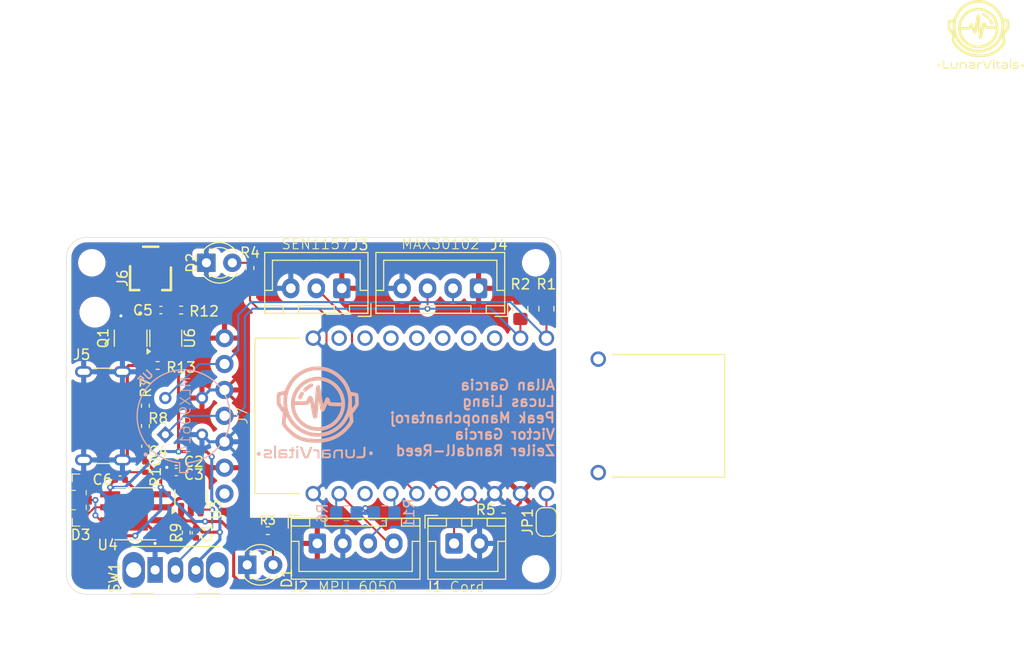
<source format=kicad_pcb>
(kicad_pcb (version 20240108) (generator "pcbnew") (generator_version "8.0")
  (layers (0 "F.Cu" signal) (31 "B.Cu" signal) (34 "B.Paste" user) (35 "F.Paste" user) (36 "B.SilkS" user "B.Silkscreen") (37 "F.SilkS" user "F.Silkscreen") (38 "B.Mask" user) (39 "F.Mask" user) (44 "Edge.Cuts" user))
  (net 0 "")
  (net 1 "+5V")
  (net 2 "BOut+")
  (net 3 "/B-")
  (net 4 "+3.3V")
  (net 5 "Net-(U6-VCC)")
  (net 6 "Net-(D3-K2)")
  (net 7 "/I2C0_SCL")
  (net 8 "/I2C0_SDA")
  (net 9 "Net-(D3-K1)")
  (net 10 "Net-(J5-CC1)")
  (net 11 "Net-(J5-CC2)")
  (net 12 "/I2C1_SCL")
  (net 13 "/I2C1_SDA")
  (net 14 "/AIN5")
  (net 15 "/AIN7")
  (net 16 "Net-(U6-OC)")
  (net 17 "Net-(U6-OD)")
  (net 19 "Net-(U4-PROG)")
  (net 20 "Net-(D3-A)")
  (net 21 "Net-(U6-CS)")
  (net 26 "/GPIO2")
  (net 27 "/GPIO17")
  (net 34 "GND")
  (net 38 "Net-(D1-A)")
  (net 39 "Net-(D2-A)")
  (net 40 "Net-(JP1-A)")
  (net 41 "Net-(SW1-B)")
  (footprint "Resistor_SMD:R_0402_1005Metric" (layer "F.Cu") (at 149.95 105.0625)
    (property "Reference" "R13" (at 2.3 0.1875 0) (layer "F.SilkS"))
    (property "Value" "1k")
    (pad "1" smd roundrect (at -0.51 0) (size 0.54 0.64) (layers "F.Cu" "F.Paste" "F.Mask") (net 34 "GND"))
    (pad "2" smd roundrect (at 0.51 0) (size 0.54 0.64) (layers "F.Cu" "F.Paste" "F.Mask") (net 21 "Net-(U6-CS)"))
  )
  (footprint "Capacitor_SMD:C_0402_1005Metric" (layer "F.Cu") (at 153.7 121.47 -90)
    (property "Reference" "C1" (at -0.02 -1.1 90) (layer "F.SilkS"))
    (property "Value" "4.7uf")
    (pad "1" smd roundrect (at -0.48 0 270) (size 0.56 0.62) (layers "F.Cu" "F.Paste" "F.Mask") (net 2 "BOut+"))
    (pad "2" smd roundrect (at 0.48 0 270) (size 0.56 0.62) (layers "F.Cu" "F.Paste" "F.Mask") (net 34 "GND"))
  )
  (footprint "Resistor_SMD:R_0805_2012Metric_Pad1.20x1.40mm_HandSolder" (layer "F.Cu") (at 185.5 99.5 -90)
    (property "Reference" "R2" (at -2.4 0 0) (layer "F.SilkS"))
    (property "Value" "R")
    (pad "1" smd roundrect (at -1 0 270) (size 1.2 1.4) (layers "F.Cu" "F.Paste" "F.Mask") (roundrect_rratio 0.208333) (net 4 "+3.3V"))
    (pad "2" smd roundrect (at 1 0 270) (size 1.2 1.4) (layers "F.Cu" "F.Paste" "F.Mask") (roundrect_rratio 0.208333) (net 7 "/I2C0_SCL"))
  )
  (footprint "Package_TO_SOT_SMD:SOT-23-5" (layer "F.Cu") (at 153.2 118.05 90)
    (property "Reference" "U3" (at -1.1375 2.45 90) (layer "F.SilkS"))
    (property "Value" "AP2112K-3.3")
    (pad "1" smd roundrect (at -1.1375 -0.95 90) (size 1.325 0.6) (layers "F.Cu" "F.Paste" "F.Mask") (net 2 "BOut+"))
    (pad "2" smd roundrect (at -1.1375 0 90) (size 1.325 0.6) (layers "F.Cu" "F.Paste" "F.Mask") (net 34 "GND"))
    (pad "3" smd roundrect (at -1.1375 0.95 90) (size 1.325 0.6) (layers "F.Cu" "F.Paste" "F.Mask") (net 41 "Net-(SW1-B)"))
    (pad "4" smd roundrect (at 1.1375 0.95 90) (size 1.325 0.6) (layers "F.Cu" "F.Paste" "F.Mask"))
    (pad "5" smd roundrect (at 1.1375 -0.95 90) (size 1.325 0.6) (layers "F.Cu" "F.Paste" "F.Mask") (net 4 "+3.3V"))
  )
  (footprint "Resistor_SMD:R_0402_1005Metric" (layer "F.Cu") (at 148.75 111 -90)
    (property "Reference" "R8" (at -0.75 -1.25 180) (layer "F.SilkS"))
    (property "Value" "5.1k")
    (pad "1" smd roundrect (at -0.51 0 270) (size 0.54 0.64) (layers "F.Cu" "F.Paste" "F.Mask") (net 11 "Net-(J5-CC2)"))
    (pad "2" smd roundrect (at 0.51 0 270) (size 0.54 0.64) (layers "F.Cu" "F.Paste" "F.Mask") (net 34 "GND"))
  )
  (footprint "Connector_JST:JST_XH_B4B-XH-A_1x04_P2.50mm_Vertical" (layer "F.Cu") (at 181.4 97.5 180)
    (property "Reference" "J4" (at -2 4.25 180) (layer "F.SilkS"))
    (property "Value" "MAX30102")
    (pad "1" thru_hole roundrect (at 0 0 180) (size 1.7 1.95) (drill 0.95) (layers "*.Cu" "*.Mask") (roundrect_rratio 0.147059) (net 4 "+3.3V"))
    (pad "2" thru_hole oval (at 2.5 0 180) (size 1.7 1.95) (drill 0.95) (layers "*.Cu" "*.Mask") (net 8 "/I2C0_SDA"))
    (pad "3" thru_hole oval (at 5 0 180) (size 1.7 1.95) (drill 0.95) (layers "*.Cu" "*.Mask") (net 7 "/I2C0_SCL"))
    (pad "4" thru_hole oval (at 7.5 0 180) (size 1.7 1.95) (drill 0.95) (layers "*.Cu" "*.Mask") (net 34 "GND"))
  )
  (footprint "lunar_vitals_custom:KB APBA3010SURKCGKC-GX" (layer "F.Cu") (at 142.4 118.25 90)
    (property "Reference" "D3" (at -3.405 0 0) (layer "F.SilkS"))
    (property "Value" "LED_Dual_AKK")
    (pad "1" smd roundrect (at 1.75 0 90) (size 1.5 1.524) (layers "F.Cu" "F.Paste" "F.Mask") (roundrect_rratio 0.1) (net 20 "Net-(D3-A)"))
    (pad "2" smd roundrect (at 0 0.65 90) (size 0.9 0.9) (layers "F.Cu" "F.Paste" "F.Mask") (roundrect_rratio 0.1) (net 9 "Net-(D3-K1)"))
    (pad "3" smd roundrect (at -1.75 0 90) (size 1.5 1.524) (layers "F.Cu" "F.Paste" "F.Mask") (roundrect_rratio 0.1) (net 6 "Net-(D3-K2)"))
  )
  (footprint "Resistor_SMD:R_0402_1005Metric" (layer "F.Cu") (at 160.74 121.25)
    (property "Reference" "R3" (at 0 -1 0) (layer "F.SilkS") (effects (font (size 0.8 0.8))))
    (property "Value" "1k")
    (pad "1" smd roundrect (at -0.51 0) (size 0.54 0.64) (layers "F.Cu" "F.Paste" "F.Mask") (net 4 "+3.3V"))
    (pad "2" smd roundrect (at 0.51 0) (size 0.54 0.64) (layers "F.Cu" "F.Paste" "F.Mask") (net 38 "Net-(D1-A)"))
  )
  (footprint "Resistor_SMD:R_0402_1005Metric" (layer "F.Cu") (at 152.25 99.6325 180)
    (property "Reference" "R12" (at -2.25 -0.1175 0) (layer "F.SilkS"))
    (property "Value" "100")
    (pad "1" smd roundrect (at -0.51 0 180) (size 0.54 0.64) (layers "F.Cu" "F.Paste" "F.Mask") (net 2 "BOut+"))
    (pad "2" smd roundrect (at 0.51 0 180) (size 0.54 0.64) (layers "F.Cu" "F.Paste" "F.Mask") (net 5 "Net-(U6-VCC)"))
  )
  (footprint "MountingHole:MountingHole_2.2mm_M2" (layer "F.Cu") (at 143.5 95)
    (property "Reference" "H1" (hide yes))
    (property "Value" "MountingHole")
    (pad "" np_thru_hole circle (at 0 0) (size 2.2 2.2) (drill 2.2) (layers "*.Cu" "*.Mask"))
  )
  (footprint "Jumper:SolderJumper-2_P1.3mm_Open_RoundedPad1.0x1.5mm" (layer "F.Cu") (at 188.05 120.4 -90)
    (property "Reference" "JP1" (at 0 1.85 90) (layer "F.SilkS"))
    (property "Value" "Jumper_2_Small_Open")
    (pad "1" smd custom (at -0.65 0 270) (size 1 0.5) (layers "F.Cu" "F.Mask") (net 40 "Net-(JP1-A)") (options (clearance outline) (anchor rect)) (primitives (gr_circle (center 0 0.25) (end 0.5 0.25) (width 0) (fill yes)) (gr_circle (center 0 -0.25) (end 0.5 -0.25) (width 0) (fill yes)) (gr_poly (pts (xy 0.5 0.75) (xy 0 0.75) (xy 0 -0.75) (xy 0.5 -0.75)) (width 0) (fill yes))))
    (pad "2" smd custom (at 0.65 0 270) (size 1 0.5) (layers "F.Cu" "F.Mask") (net 1 "+5V") (options (clearance outline) (anchor rect)) (primitives (gr_circle (center 0 0.25) (end 0.5 0.25) (width 0) (fill yes)) (gr_circle (center 0 -0.25) (end 0.5 -0.25) (width 0) (fill yes)) (gr_poly (pts (xy 0 0.75) (xy -0.5 0.75) (xy -0.5 -0.75) (xy 0 -0.75)) (width 0) (fill yes))))
  )
  (footprint "Resistor_SMD:R_0402_1005Metric" (layer "F.Cu") (at 148.75 115.01 -90)
    (property "Reference" "R10" (at 0.49 -1 -90) (layer "F.SilkS"))
    (property "Value" "1k")
    (pad "1" smd roundrect (at -0.51 0 270) (size 0.54 0.64) (layers "F.Cu" "F.Paste" "F.Mask") (net 1 "+5V"))
    (pad "2" smd roundrect (at 0.51 0 270) (size 0.54 0.64) (layers "F.Cu" "F.Paste" "F.Mask") (net 20 "Net-(D3-A)"))
  )
  (footprint "MountingHole:MountingHole_2.2mm_M2" (layer "F.Cu") (at 187 95)
    (property "Reference" "H2" (hide yes))
    (property "Value" "MountingHole")
    (pad "" np_thru_hole circle (at 0 0) (size 2.2 2.2) (drill 2.2) (layers "*.Cu" "*.Mask"))
  )
  (footprint "Connector_JST:JST_XH_B3B-XH-A_1x03_P2.50mm_Vertical" (layer "F.Cu") (at 168 97.5 180)
    (property "Reference" "J3" (at -1.75 4.25 0) (layer "F.SilkS"))
    (property "Value" "SEN11574")
    (pad "1" thru_hole roundrect (at 0 0 180) (size 1.7 1.95) (drill 0.95) (layers "*.Cu" "*.Mask") (roundrect_rratio 0.147059) (net 4 "+3.3V"))
    (pad "2" thru_hole oval (at 2.5 0 180) (size 1.7 1.95) (drill 0.95) (layers "*.Cu" "*.Mask") (net 14 "/AIN5"))
    (pad "3" thru_hole oval (at 5 0 180) (size 1.7 1.95) (drill 0.95) (layers "*.Cu" "*.Mask") (net 34 "GND"))
  )
  (footprint "Resistor_SMD:R_0402_1005Metric" (layer "F.Cu") (at 183.85 119.15 180)
    (property "Reference" "R5" (at 1.75 -0.05 180) (layer "F.SilkS"))
    (property "Value" "1k")
    (pad "1" smd roundrect (at -0.51 0 180) (size 0.54 0.64) (layers "F.Cu" "F.Paste" "F.Mask") (net 4 "+3.3V"))
    (pad "2" smd roundrect (at 0.51 0 180) (size 0.54 0.64) (layers "F.Cu" "F.Paste" "F.Mask") (net 15 "/AIN7"))
  )
  (footprint "Resistor_SMD:R_0402_1005Metric" (layer "F.Cu") (at 152.75 121.44 -90)
    (property "Reference" "R9" (at 0.01 1 -90) (layer "F.SilkS"))
    (property "Value" "2.4k")
    (pad "1" smd roundrect (at -0.51 0 270) (size 0.54 0.64) (layers "F.Cu" "F.Paste" "F.Mask") (net 19 "Net-(U4-PROG)"))
    (pad "2" smd roundrect (at 0.51 0 270) (size 0.54 0.64) (layers "F.Cu" "F.Paste" "F.Mask") (net 34 "GND"))
  )
  (footprint "Connector_JST:JST_XH_B4B-XH-A_1x04_P2.50mm_Vertical" (layer "F.Cu") (at 165.6 122.5)
    (property "Reference" "J2" (at -1.75 4.25 0) (layer "F.SilkS"))
    (property "Value" "MPU6050")
    (pad "1" thru_hole roundrect (at 0 0) (size 1.7 1.95) (drill 0.95) (layers "*.Cu" "*.Mask") (roundrect_rratio 0.147059) (net 4 "+3.3V"))
    (pad "2" thru_hole oval (at 2.5 0) (size 1.7 1.95) (drill 0.95) (layers "*.Cu" "*.Mask") (net 34 "GND"))
    (pad "3" thru_hole oval (at 5 0) (size 1.7 1.95) (drill 0.95) (layers "*.Cu" "*.Mask") (net 12 "/I2C1_SCL"))
    (pad "4" thru_hole oval (at 7.5 0) (size 1.7 1.95) (drill 0.95) (layers "*.Cu" "*.Mask") (net 13 "/I2C1_SDA"))
  )
  (footprint "FS8205A:SOT95P280X145-6N" (layer "F.Cu") (at 147.3 102.3875 -90)
    (property "Reference" "Q1" (at 0 2.6875 90) (layer "F.SilkS"))
    (property "Value" "FS8205")
    (pad "1" smd roundrect (at -1.255 -0.95 270) (size 1.21 0.59) (layers "F.Cu" "F.Paste" "F.Mask") (net 3 "/B-"))
    (pad "2" smd roundrect (at -1.255 0 270) (size 1.21 0.59) (layers "F.Cu" "F.Paste" "F.Mask"))
    (pad "3" smd roundrect (at -1.255 0.95 270) (size 1.21 0.59) (layers "F.Cu" "F.Paste" "F.Mask") (net 34 "GND"))
    (pad "4" smd roundrect (at 1.255 0.95 270) (size 1.21 0.59) (layers "F.Cu" "F.Paste" "F.Mask") (net 16 "Net-(U6-OC)"))
    (pad "5" smd roundrect (at 1.255 0 270) (size 1.21 0.59) (layers "F.Cu" "F.Paste" "F.Mask"))
    (pad "6" smd roundrect (at 1.255 -0.95 270) (size 1.21 0.59) (layers "F.Cu" "F.Paste" "F.Mask") (net 17 "Net-(U6-OD)"))
  )
  (footprint "TP4056:SOP127P600X175-9N" (layer "F.Cu") (at 147.775 119.595 180)
    (property "Reference" "U4" (at 2.725 -3.055 180) (layer "F.SilkS"))
    (property "Value" "TP4056")
    (pad "1" smd roundrect (at -2.475 -1.905 180) (size 1.97 0.6) (layers "F.Cu" "F.Paste" "F.Mask") (roundrect_rratio 0.125) (net 34 "GND"))
    (pad "2" smd roundrect (at -2.475 -0.635 180) (size 1.97 0.6) (layers "F.Cu" "F.Paste" "F.Mask") (roundrect_rratio 0.125) (net 19 "Net-(U4-PROG)"))
    (pad "3" smd roundrect (at -2.475 0.635 180) (size 1.97 0.6) (layers "F.Cu" "F.Paste" "F.Mask") (roundrect_rratio 0.125) (net 34 "GND"))
    (pad "4" smd roundrect (at -2.475 1.905 180) (size 1.97 0.6) (layers "F.Cu" "F.Paste" "F.Mask") (roundrect_rratio 0.125) (net 1 "+5V"))
    (pad "5" smd roundrect (at 2.475 1.905 180) (size 1.97 0.6) (layers "F.Cu" "F.Paste" "F.Mask") (roundrect_rratio 0.125) (net 2 "BOut+"))
    (pad "6" smd roundrect (at 2.475 0.635 180) (size 1.97 0.6) (layers "F.Cu" "F.Paste" "F.Mask") (roundrect_rratio 0.125) (net 6 "Net-(D3-K2)"))
    (pad "7" smd roundrect (at 2.475 -0.635 180) (size 1.97 0.6) (layers "F.Cu" "F.Paste" "F.Mask") (roundrect_rratio 0.125) (net 9 "Net-(D3-K1)"))
    (pad "8" smd roundrect (at 2.475 -1.905 180) (size 1.97 0.6) (layers "F.Cu" "F.Paste" "F.Mask") (roundrect_rratio 0.125) (net 1 "+5V"))
    (pad "9" smd rect (at 0 0 180) (size 2.413 3.302) (layers "F.Cu" "F.Mask") (net 34 "GND"))
  )
  (footprint "Resistor_SMD:R_0402_1005Metric" (layer "F.Cu") (at 159 95.51 90)
    (property "Reference" "R4" (at 1.5 0 180) (layer "F.SilkS"))
    (property "Value" "330")
    (pad "1" smd roundrect (at -0.51 0 90) (size 0.54 0.64) (layers "F.Cu" "F.Paste" "F.Mask") (net 26 "/GPIO2"))
    (pad "2" smd roundrect (at 0.51 0 90) (size 0.54 0.64) (layers "F.Cu" "F.Paste" "F.Mask") (net 39 "Net-(D2-A)"))
  )
  (footprint "SM02B-SRSS-TB_LF__SN_:SM02B-SRSS-TB_LF__SN_" (layer "F.Cu") (at 149.25 96.025 180)
    (property "Reference" "J6" (at 2.75 -0.475 -90) (layer "F.SilkS") (effects (font (size 1.00248 1.00248))))
    (property "Value" "Battery")
    (pad "1" smd rect (at -0.5 -1.975 180) (size 0.6 1.55) (layers "F.Cu" "F.Paste" "F.Mask") (net 3 "/B-"))
    (pad "2" smd rect (at 0.5 -1.975 180) (size 0.6 1.55) (layers "F.Cu" "F.Paste" "F.Mask") (net 2 "BOut+"))
    (pad "3" smd rect (at -1.8 1.9 180) (size 1.2 1.8) (layers "F.Cu" "F.Paste" "F.Mask"))
    (pad "4" smd rect (at 1.8 1.9 180) (size 1.2 1.8) (layers "F.Cu" "F.Paste" "F.Mask"))
  )
  (footprint "lunar_vitals_custom:lunarvitals_logo_big" (layer "F.Cu") (at 230.5 72.5)
    (property "Reference" "G***" (hide yes))
    (property "Value" "LOGO" (hide yes))
  )
  (footprint "LED_THT:LED_D3.0mm" (layer "F.Cu") (at 154.73 95)
    (property "Reference" "D2" (at -1.46 0 90) (layer "F.SilkS"))
    (property "Value" "Red_LED")
    (pad "1" thru_hole rect (at 0 0) (size 1.8 1.8) (drill 0.9) (layers "*.Cu" "*.Mask") (net 34 "GND"))
    (pad "2" thru_hole circle (at 2.54 0) (size 1.8 1.8) (drill 0.9) (layers "*.Cu" "*.Mask") (net 39 "Net-(D2-A)"))
  )
  (footprint "Capacitor_SMD:C_0402_1005Metric" (layer "F.Cu") (at 146.27 116.25)
    (property "Reference" "C6" (at -1.73 0 0) (layer "F.SilkS"))
    (property "Value" "10uf")
    (pad "1" smd roundrect (at -0.48 0) (size 0.56 0.62) (layers "F.Cu" "F.Paste" "F.Mask") (net 2 "BOut+"))
    (pad "2" smd roundrect (at 0.48 0) (size 0.56 0.62) (layers "F.Cu" "F.Paste" "F.Mask") (net 34 "GND"))
  )
  (footprint "Capacitor_SMD:C_0402_1005Metric" (layer "F.Cu") (at 150.27 99.6325 180)
    (property "Reference" "C5" (at 1.77 -0.0175 0) (layer "F.SilkS"))
    (property "Value" "0.1uf")
    (pad "1" smd roundrect (at -0.48 0 180) (size 0.56 0.62) (layers "F.Cu" "F.Paste" "F.Mask") (net 5 "Net-(U6-VCC)"))
    (pad "2" smd roundrect (at 0.48 0 180) (size 0.56 0.62) (layers "F.Cu" "F.Paste" "F.Mask") (net 3 "/B-"))
  )
  (footprint "Package_TO_SOT_SMD:SOT-23-6" (layer "F.Cu") (at 150.75 102.3875 90)
    (property "Reference" "U6" (at -0.001405 2.347404 -90) (layer "F.SilkS"))
    (property "Value" "DW01A")
    (pad "1" smd roundrect (at -1.1375 -0.95 90) (size 1.325 0.6) (layers "F.Cu" "F.Paste" "F.Mask") (net 17 "Net-(U6-OD)"))
    (pad "2" smd roundrect (at -1.1375 0 90) (size 1.325 0.6) (layers "F.Cu" "F.Paste" "F.Mask") (net 21 "Net-(U6-CS)"))
    (pad "3" smd roundrect (at -1.1375 0.95 90) (size 1.325 0.6) (layers "F.Cu" "F.Paste" "F.Mask") (net 16 "Net-(U6-OC)"))
    (pad "4" smd roundrect (at 1.1375 0.95 90) (size 1.325 0.6) (layers "F.Cu" "F.Paste" "F.Mask"))
    (pad "5" smd roundrect (at 1.1375 0 90) (size 1.325 0.6) (layers "F.Cu" "F.Paste" "F.Mask") (net 5 "Net-(U6-VCC)"))
    (pad "6" smd roundrect (at 1.1375 -0.95 90) (size 1.325 0.6) (layers "F.Cu" "F.Paste" "F.Mask") (net 3 "/B-"))
  )
  (footprint "Connector_JST:JST_XH_B2B-XH-A_1x02_P2.50mm_Vertical" (layer "F.Cu") (at 179 122.5)
    (property "Reference" "J1" (at -2 4.25 0) (layer "F.SilkS"))
    (property "Value" "ConductiveCord")
    (pad "1" thru_hole roundrect (at 0 0) (size 1.7 2) (drill 1) (layers "*.Cu" "*.Mask") (roundrect_rratio 0.147059) (net 15 "/AIN7"))
    (pad "2" thru_hole oval (at 2.5 0) (size 1.7 2) (drill 1) (layers "*.Cu" "*.Mask") (net 34 "GND"))
  )
  (footprint "Capacitor_SMD:C_0402_1005Metric" (layer "F.Cu") (at 151.77 114.5 180)
    (property "Reference" "C2" (at -1.73 0 0) (layer "F.SilkS"))
    (property "Value" "10uf")
    (pad "1" smd roundrect (at -0.48 0 180) (size 0.56 0.62) (layers "F.Cu" "F.Paste" "F.Mask") (net 4 "+3.3V"))
    (pad "2" smd roundrect (at 0.48 0 180) (size 0.56 0.62) (layers "F.Cu" "F.Paste" "F.Mask") (net 34 "GND"))
  )
  (footprint "Resistor_SMD:R_0805_2012Metric_Pad1.20x1.40mm_HandSolder" (layer "F.Cu") (at 188.05 99.5 90)
    (property "Reference" "R1" (at 2.4 0 180) (layer "F.SilkS"))
    (property "Value" "R")
    (pad "1" smd roundrect (at -1 0 90) (size 1.2 1.4) (layers "F.Cu" "F.Paste" "F.Mask") (roundrect_rratio 0.208333) (net 8 "/I2C0_SDA"))
    (pad "2" smd roundrect (at 1 0 90) (size 1.2 1.4) (layers "F.Cu" "F.Paste" "F.Mask") (roundrect_rratio 0.208333) (net 4 "+3.3V"))
  )
  (footprint "Resistor_SMD:R_0402_1005Metric" (layer "F.Cu") (at 148.75 109 -90)
    (property "Reference" "R7" (at -1.75 -0.05 90) (layer "F.SilkS"))
    (property "Value" "5.1k")
    (pad "1" smd roundrect (at -0.51 0 270) (size 0.54 0.64) (layers "F.Cu" "F.Paste" "F.Mask") (net 34 "GND"))
    (pad "2" smd roundrect (at 0.51 0 270) (size 0.54 0.64) (layers "F.Cu" "F.Paste" "F.Mask") (net 10 "Net-(J5-CC1)"))
  )
  (footprint "Capacitor_SMD:C_0402_1005Metric" (layer "F.Cu") (at 148.75 112.98 90)
    (property "Reference" "C4" (at -0.52 1.25 180) (layer "F.SilkS"))
    (property "Value" "0.1uf")
    (pad "1" smd roundrect (at -0.48 0 90) (size 0.56 0.62) (layers "F.Cu" "F.Paste" "F.Mask") (net 1 "+5V"))
    (pad "2" smd roundrect (at 0.48 0 90) (size 0.56 0.62) (layers "F.Cu" "F.Paste" "F.Mask") (net 34 "GND"))
  )
  (footprint "MountingHole:MountingHole_2.2mm_M2" (layer "F.Cu") (at 187 125)
    (property "Reference" "H4" (hide yes))
    (property "Value" "MountingHole")
    (pad "" np_thru_hole circle (at 0 0) (size 2.2 2.2) (drill 2.2) (layers "*.Cu" "*.Mask"))
  )
  (footprint "Button_Switch_THT:SW_Slide_SPDT_Angled_CK_OS102011MA1Q" (layer "F.Cu") (at 149.7 125.1)
    (property "Reference" "SW1" (at -4 0.75 90) (layer "F.SilkS"))
    (property "Value" "SW_SPDT")
    (pad "" thru_hole oval (at -2.1 0) (size 2.2 3.5) (drill 1.5) (layers "*.Cu" "*.Mask"))
    (pad "" thru_hole oval (at 6.1 0) (size 2.2 3.5) (drill 1.5) (layers "*.Cu" "*.Mask"))
    (pad "1" thru_hole rect (at 0 0) (size 1.5 2.5) (drill 0.9) (layers "*.Cu" "*.Mask") (net 34 "GND"))
    (pad "2" thru_hole oval (at 2 0) (size 1.5 2.5) (drill 0.9) (layers "*.Cu" "*.Mask") (net 41 "Net-(SW1-B)"))
    (pad "3" thru_hole oval (at 4 0) (size 1.5 2.5) (drill 0.9) (layers "*.Cu" "*.Mask") (net 2 "BOut+"))
  )
  (footprint "LED_THT:LED_D3.0mm" (layer "F.Cu") (at 158.73 124.6)
    (property "Reference" "D1" (at 3.87 1.3 90) (layer "F.SilkS"))
    (property "Value" "Green_LED")
    (pad "1" thru_hole rect (at 0 0) (size 1.8 1.8) (drill 0.9) (layers "*.Cu" "*.Mask") (net 34 "GND"))
    (pad "2" thru_hole circle (at 2.54 0) (size 1.8 1.8) (drill 0.9) (layers "*.Cu" "*.Mask") (net 38 "Net-(D1-A)"))
  )
  (footprint "lunar_vitals_custom:bmp280breakout" (layer "F.Cu") (at 150.15 110 90)
    (property "Reference" "J7" (at 0 8.1 90) (layer "F.SilkS") (effects (font (thickness 0.1))))
    (property "Value" "Conn_01x07")
    (pad "" np_thru_hole circle (at 10.16 -6.35 90) (size 2.54 2.54) (drill 2.54) (layers "F&B.Cu" "*.Mask"))
    (pad "3Vo" thru_hole circle (at -5.08 6.35 180) (size 1.778 1.778) (drill 1) (layers "*.Cu" "*.Mask") (net 4 "+3.3V"))
    (pad "CS" thru_hole circle (at 7.62 6.35 180) (size 1.778 1.778) (drill 1) (layers "*.Cu" "*.Mask") (net 4 "+3.3V"))
    (pad "GND" thru_hole circle (at -2.54 6.35 180) (size 1.778 1.778) (drill 1) (layers "*.Cu" "*.Mask") (net 34 "GND"))
    (pad "SCK" thru_hole circle (at 0 6.35 180) (size 1.778 1.778) (drill 1) (layers "*.Cu" "*.Mask") (net 7 "/I2C0_SCL"))
    (pad "SDI" thru_hole circle (at 5.08 6.35 180) (size 1.778 1.778) (drill 1) (layers "*.Cu" "*.Mask") (net 8 "/I2C0_SDA"))
    (pad "SDO" thru_hole circle (at 2.54 6.35 180) (size 1.778 1.778) (drill 1) (layers "*.Cu" "*.Mask") (net 4 "+3.3V"))
    (pad "VIN" thru_hole circle (at -7.62 6.35 180) (size 1.778 1.778) (drill 1) (layers "*.Cu" "*.Mask"))
  )
  (footprint "Connector_USB:USB_C_Receptacle_GCT_USB4125-xx-x-0190_6P_TopMnt_Horizontal" (layer "F.Cu") (at 143.5 110 -90)
    (property "Reference" "J5" (at -6 1 0) (layer "F.SilkS"))
    (property "Value" "USB_C_Receptacle_PowerOnly_6P")
    (pad "A5" smd roundrect (at -0.5 -3.48 270) (size 0.7 1.2) (layers "F.Cu" "F.Paste" "F.Mask") (net 10 "Net-(J5-CC1)"))
    (pad "A9" smd roundrect (at 1.52 -3.48 90) (size 0.76 1.2) (layers "F.Cu" "F.Paste" "F.Mask") (net 1 "+5V"))
    (pad "A12" smd roundrect (at 2.75 -3.48 90) (size 0.8 1.2) (layers "F.Cu" "F.Paste" "F.Mask") (net 34 "GND"))
    (pad "B5" smd roundrect (at 0.5 -3.48 90) (size 0.7 1.2) (layers "F.Cu" "F.Paste" "F.Mask") (net 11 "Net-(J5-CC2)"))
    (pad "B9" smd roundrect (at -1.52 -3.48 270) (size 0.76 1.2) (layers "F.Cu" "F.Paste" "F.Mask") (net 1 "+5V"))
    (pad "B12" smd roundrect (at -2.75 -3.48 270) (size 0.8 1.2) (layers "F.Cu" "F.Paste" "F.Mask") (net 34 "GND"))
    (pad "S1" thru_hole oval (at -4.32 -3 270) (size 1.1 1.7) (drill oval 0.6 1.2) (property pad_prop_heatsink) (layers "*.Cu" "*.Mask" "F.Paste") (net 34 "GND"))
    (pad "S1" thru_hole oval (at -4.32 0.8 270) (size 1.1 1.7) (drill oval 0.6 1.2) (property pad_prop_heatsink) (layers "*.Cu" "*.Mask" "F.Paste") (net 34 "GND"))
    (pad "S1" thru_hole oval (at 4.32 -3 270) (size 1.1 1.7) (drill oval 0.6 1.2) (property pad_prop_heatsink) (layers "*.Cu" "*.Mask" "F.Paste") (net 34 "GND"))
    (pad "S1" thru_hole oval (at 4.32 0.8 270) (size 1.1 1.7) (drill oval 0.6 1.2) (property pad_prop_heatsink) (layers "*.Cu" "*.Mask" "F.Paste") (net 34 "GND"))
  )
  (footprint "Capacitor_SMD:C_0402_1005Metric" (layer "F.Cu") (at 151.77 115.5 180)
    (property "Reference" "C3" (at -1.73 -0.25 0) (layer "F.SilkS"))
    (property "Value" "0.1uf")
    (pad "1" smd roundrect (at -0.48 0 180) (size 0.56 0.62) (layers "F.Cu" "F.Paste" "F.Mask") (net 4 "+3.3V"))
    (pad "2" smd roundrect (at 0.48 0 180) (size 0.56 0.62) (layers "F.Cu" "F.Paste" "F.Mask") (net 34 "GND"))
  )
  (footprint "lunarvitals:MODULE_NRF52840-DONGLE" (layer "F.Cu") (at 182.5 110)
    (property "Reference" "U1" (hide yes))
    (property "Value" "NRF52840-DONGLE")
    (pad "0.02" thru_hole circle (at -7.145 7.62) (size 1.508 1.508) (drill 1) (layers "*.Cu" "*.Mask") (net 26 "/GPIO2"))
    (pad "0.09" thru_hole circle (at -12.225 -7.62) (size 1.508 1.508) (drill 1) (layers "*.Cu" "*.Mask"))
    (pad "0.10" thru_hole circle (at -14.765 -7.62) (size 1.508 1.508) (drill 1) (layers "*.Cu" "*.Mask"))
    (pad "0.13" thru_hole circle (at 5.555 -7.62) (size 1.508 1.508) (drill 1) (layers "*.Cu" "*.Mask") (net 8 "/I2C0_SDA"))
    (pad "0.15" thru_hole circle (at 3.015 -7.62) (size 1.508 1.508) (drill 1) (layers "*.Cu" "*.Mask") (net 7 "/I2C0_SCL"))
    (pad "0.17" thru_hole circle (at 0.475 -7.62) (size 1.508 1.508) (drill 1) (layers "*.Cu" "*.Mask") (net 27 "/GPIO17"))
    (pad "0.20" thru_hole circle (at -2.065 -7.62) (size 1.508 1.508) (drill 1) (layers "*.Cu" "*.Mask"))
    (pad "0.22" thru_hole circle (at -4.605 -7.62) (size 1.508 1.508) (drill 1) (layers "*.Cu" "*.Mask"))
    (pad "0.24" thru_hole circle (at -7.145 -7.62) (size 1.508 1.508) (drill 1) (layers "*.Cu" "*.Mask"))
    (pad "0.29" thru_hole circle (at -4.605 7.62) (size 1.508 1.508) (drill 1) (layers "*.Cu" "*.Mask") (net 14 "/AIN5"))
    (pad "0.31" thru_hole circle (at -2.065 7.62) (size 1.508 1.508) (drill 1) (layers "*.Cu" "*.Mask") (net 15 "/AIN7"))
    (pad "1.00" thru_hole circle (at -9.685 -7.62) (size 1.508 1.508) (drill 1) (layers "*.Cu" "*.Mask"))
    (pad "1.10" thru_hole circle (at -14.765 7.62) (size 1.508 1.508) (drill 1) (layers "*.Cu" "*.Mask") (net 13 "/I2C1_SDA"))
    (pad "1.13" thru_hole circle (at -12.225 7.62) (size 1.508 1.508) (drill 1) (layers "*.Cu" "*.Mask"))
    (pad "1.15" thru_hole circle (at -9.685 7.62) (size 1.508 1.508) (drill 1) (layers "*.Cu" "*.Mask") (net 12 "/I2C1_SCL"))
    (pad "G1" thru_hole circle (at -17.305 -7.62) (size 1.508 1.508) (drill 1) (layers "*.Cu" "*.Mask") (net 34 "GND"))
    (pad "G2" thru_hole circle (at -17.305 7.62) (size 1.508 1.508) (drill 1) (layers "*.Cu" "*.Mask") (net 34 "GND"))
    (pad "G3" thru_hole circle (at 0.475 7.62) (size 1.508 1.508) (drill 1) (layers "*.Cu" "*.Mask") (net 34 "GND"))
    (pad "OUT" thru_hole circle (at 3.015 7.62) (size 1.508 1.508) (drill 1) (layers "*.Cu" "*.Mask") (net 4 "+3.3V"))
    (pad "SWDCLK" thru_hole circle (at 10.635 5.56) (size 1.508 1.508) (drill 1) (layers "*.Cu" "*.Mask"))
    (pad "SWDIO" thru_hole circle (at 10.635 -5.56) (size 1.508 1.508) (drill 1) (layers "*.Cu" "*.Mask"))
    (pad "VBUS" thru_hole circle (at 5.555 7.62) (size 1.508 1.508) (drill 1) (layers "*.Cu" "*.Mask") (net 40 "Net-(JP1-A)"))
  )
  (footprint "Resistor_SMD:R_0805_2012Metric_Pad1.20x1.40mm_HandSolder" (layer "B.Cu") (at 172.15 119.55)
    (property "Reference" "R11" (at 2.45 0 -90) (layer "B.SilkS") (effects (justify mirror)))
    (property "Value" "R")
    (pad "1" smd roundrect (at -1 0) (size 1.2 1.4) (layers "B.Cu" "B.Paste" "B.Mask") (roundrect_rratio 0.208333) (net 4 "+3.3V"))
    (pad "2" smd roundrect (at 1 0) (size 1.2 1.4) (layers "B.Cu" "B.Paste" "B.Mask") (roundrect_rratio 0.208333) (net 12 "/I2C1_SCL"))
  )
  (footprint "MLX90614ESF-AAA-000-TU:TO254P912H435-4" (layer "B.Cu") (at 152.5 110.046051 45)
    (property "Reference" "U5" (at 0.032563 -5.335864 45) (layer "B.SilkS") (effects (font (size 0.8 0.8)) (justify mirror)))
    (property "Value" "MLX90614ESF-AAA-000-TU")
    (pad "1" thru_hole rect (at -2.54 0 45) (size 1.198 1.198) (drill 0.69) (layers "*.Cu" "*.Mask") (net 7 "/I2C0_SCL"))
    (pad "2" thru_hole circle (at 0 -2.54 45) (size 1.198 1.198) (drill 0.69) (layers "*.Cu" "*.Mask") (net 8 "/I2C0_SDA"))
    (pad "3" thru_hole circle (at 2.54 0 45) (size 1.198 1.198) (drill 0.69) (layers "*.Cu" "*.Mask") (net 4 "+3.3V"))
    (pad "4" thru_hole circle (at 0 2.54 45) (size 1.198 1.198) (drill 0.69) (layers "*.Cu" "*.Mask") (net 34 "GND"))
  )
  (footprint "lunar_vitals_custom:lunarvitals_logo_bigger" (layer "B.Cu") (at 165.5 109.5 180)
    (property "Reference" "G***" (hide yes))
    (property "Value" "LOGO" (hide yes))
  )
  (footprint "Resistor_SMD:R_0805_2012Metric_Pad1.20x1.40mm_HandSolder" (layer "B.Cu") (at 168.45 119.55)
    (property "Reference" "R6" (at -2.35 0 -90) (layer "B.SilkS") (effects (justify mirror)))
    (property "Value" "R")
    (pad "1" smd roundrect (at -1 0) (size 1.2 1.4) (layers "B.Cu" "B.Paste" "B.Mask") (roundrect_rratio 0.208333) (net 13 "/I2C1_SDA"))
    (pad "2" smd roundrect (at 1 0) (size 1.2 1.4) (layers "B.Cu" "B.Paste" "B.Mask") (roundrect_rratio 0.208333) (net 4 "+3.3V"))
  )
  (gr_arc (start 141.001839 94.5) (mid 141.586975 93.086437) (end 143 92.500002) (stroke (width 0.05)) (layer "Edge.Cuts"))
  (gr_arc (start 143 127.5) (mid 141.585786 126.914214) (end 141 125.5) (stroke (width 0.05)) (layer "Edge.Cuts"))
  (gr_arc (start 187.5 92.5) (mid 188.914214 93.085786) (end 189.5 94.5) (stroke (width 0.05)) (layer "Edge.Cuts"))
  (gr_line (start 141 125.5) (end 141 94.5) (stroke (width 0.05)) (layer "Edge.Cuts"))
  (gr_arc (start 189.5 125.5) (mid 188.914214 126.914214) (end 187.5 127.5) (stroke (width 0.05)) (layer "Edge.Cuts"))
  (gr_line (start 189.5 94.5) (end 189.5 125.5) (stroke (width 0.05)) (layer "Edge.Cuts"))
  (gr_line (start 187.5 127.5) (end 143 127.5) (stroke (width 0.05)) (layer "Edge.Cuts"))
  (gr_line (start 143 92.5) (end 187.5 92.5) (stroke (width 0.05)) (layer "Edge.Cuts"))
  (gr_text "MLX90614\n" (at 153.25 106.048063 90) (layer "B.SilkS") (effects (font (size 1 1) (thickness 0.1)) (justify left bottom mirror)))
  (gr_text "Allan Garcia\nLucas Liang\nPeak Manopchantaroj\nVictor Garcia\nZeiler Randall-Reed" (at 189 114 0) (layer "B.SilkS") (effects (font (size 1 1) (thickness 0.2) (bold yes)) (justify left bottom mirror)))
  (gr_text "SEN1157\n" (at 162 93.75 0) (layer "F.SilkS") (effects (font (size 1 1) (thickness 0.1)) (justify left bottom)))
  (gr_text "Cord" (at 178.5 127.35 0) (layer "F.SilkS") (effects (font (size 1 1) (thickness 0.1)) (justify left bottom)))
  (gr_text "MPU 6050" (at 165.6 127.35 0) (layer "F.SilkS") (effects (font (size 1 1) (thickness 0.1)) (justify left bottom)))
  (gr_text "MAX30102" (at 173.75 93.75 0) (layer "F.SilkS") (effects (font (size 1 1) (thickness 0.1)) (justify left bottom)))
  (segment (start 146.98 111.52) (end 147.58 111.52) (width 0.3) (layer "F.Cu") (net 1))
  (segment (start 157.4 121.55) (end 157.4 125.7) (width 0.3) (layer "F.Cu") (net 1))
  (segment (start 156.2 120.35) (end 157.4 121.55) (width 0.3) (layer "F.Cu") (net 1))
  (segment (start 146.38 111.52) (end 146.03 111.17) (width 0.3) (layer "F.Cu") (net 1))
  (segment (start 148.75 113.46) (end 148.75 114.5) (width 0.3) (layer "F.Cu") (net 1))
  (segment (start 145.645 121.75) (end 145.3 121.405) (width 0.3) (layer "F.Cu") (net 1))
  (segment (start 187.7 121.05) (end 188.05 121.05) (width 0.3) (layer "F.Cu") (net 1))
  (segment (start 148.04 111.98) (end 148.04 113.129999) (width 0.3) (layer "F.Cu") (net 1))
  (segment (start 148.7 113.46) (end 148.629999 113.46) (width 0.3) (layer "F.Cu") (net 1))
  (segment (start 157.4 125.7) (end 158.55 126.85) (width 0.3) (layer "F.Cu") (net 1))
  (segment (start 148.370001 113.46) (end 148.75 113.46) (width 0.3) (layer "F.Cu") (net 1))
  (segment (start 147.58 111.52) (end 148.04 111.98) (width 0.3) (layer "F.Cu") (net 1))
  (segment (start 147.75 121.75) (end 145.645 121.75) (width 0.3) (layer "F.Cu") (net 1))
  (segment (start 150.25 117) (end 150.25 117.595) (width 0.3) (layer "F.Cu") (net 1))
  (segment (start 148.04 113.129999) (end 148.370001 113.46) (width 0.3) (layer "F.Cu") (net 1))
  (segment (start 146.38 108.48) (end 146.98 108.48) (width 0.3) (layer "F.Cu") (net 1))
  (segment (start 158.55 126.85) (end 181.9 126.85) (width 0.3) (layer "F.Cu") (net 1))
  (segment (start 146.03 108.83) (end 146.38 108.48) (width 0.3) (layer "F.Cu") (net 1))
  (segment (start 146.03 111.17) (end 146.03 108.83) (width 0.3) (layer "F.Cu") (net 1))
  (segment (start 146.98 111.52) (end 146.38 111.52) (width 0.3) (layer "F.Cu") (net 1))
  (segment (start 146.58 111.52) (end 147.18 111.52) (width 0.3) (layer "F.Cu") (net 1))
  (segment (start 150.25 116) (end 148.75 114.5) (width 0.3) (layer "F.Cu") (net 1))
  (segment (start 181.9 126.85) (end 187.7 121.05) (width 0.3) (layer "F.Cu") (net 1))
  (segment (start 154.6 120.35) (end 156.2 120.35) (width 0.3) (layer "F.Cu") (net 1))
  (segment (start 150.25 117) (end 150.25 116) (width 0.3) (layer "F.Cu") (net 1))
  (via (at 150.25 117) (size 0.6) (drill 0.3) (layers "F.Cu" "B.Cu") (net 1))
  (via (at 154.6 120.35) (size 0.6) (drill 0.3) (layers "F.Cu" "B.Cu") (net 1))
  (via (at 147.75 121.75) (size 0.6) (drill 0.3) (layers "F.Cu" "B.Cu") (net 1))
  (segment (start 150.25 119.25) (end 147.75 121.75) (width 0.3) (layer "B.Cu") (net 1))
  (segment (start 153.6 120.35) (end 150.25 117) (width 0.3) (layer "B.Cu") (net 1))
  (segment (start 150.25 117) (end 150.25 119.25) (width 0.3) (layer "B.Cu") (net 1))
  (segment (start 154.6 120.35) (end 153.6 120.35) (width 0.3) (layer "B.Cu") (net 1))
  (segment (start 152.25 119.849999) (end 152.700001 120.3) (width 0.3) (layer "F.Cu") (net 2))
  (segment (start 145.3 117.595) (end 145.3 117) (width 0.3) (layer "F.Cu") (net 2))
  (segment (start 152.76 97.235) (end 152.76 99.6325) (width 0.3) (layer "F.Cu") (net 2))
  (segment (start 145.3 116.74) (end 145.79 116.25) (width 0.3) (layer "F.Cu") (net 2))
  (segment (start 152.700001 120.3) (end 153.289999 120.3) (width 0.3) (layer "F.Cu") (net 2))
  (segment (start 153.7 120.710001) (end 153.7 120.99) (width 0.3) (layer "F.Cu") (net 2))
  (segment (start 152 104.76) (end 152.76 104) (width 0.3) (layer "F.Cu") (net 2))
  (segment (start 148.75 98) (end 148.75 97.225) (width 0.3) (layer "F.Cu") (net 2))
  (segment (start 152.25 119.1875) (end 152.25 119.849999) (width 0.3) (layer "F.Cu") (net 2))
  (segment (start 153.289999 120.3) (end 153.7 120.710001) (width 0.3) (layer "F.Cu") (net 2))
  (segment (start 152 113.5) (end 154.75 113.5) (width 0.3) (layer "F.Cu") (net 2))
  (segment (start 152.76 104) (end 152.76 99.6325) (width 0.3) (layer "F.Cu") (net 2))
  (segment (start 152.75 99.6225) (end 152.76 99.6325) (width 0.3) (layer "F.Cu") (net 2))
  (segment (start 152 113.5) (end 152 104.76) (width 0.3) (layer "F.Cu") (net 2))
  (segment (start 148.75 97.225) (end 149.1 96.875) (width 0.3) (layer "F.Cu") (net 2))
  (segment (start 153.7 120.99) (end 153.94 120.99) (width 0.3) (layer "F.Cu") (net 2))
  (segment (start 154.75 113.5) (end 155.25 114) (width 0.3) (layer "F.Cu") (net 2))
  (segment (start 154.35 121.4) (end 156.05 121.4) (width 0.3) (layer "F.Cu") (net 2))
  (segment (start 149.1 96.875) (end 152.4 96.875) (width 0.3) (layer "F.Cu") (net 2))
  (segment (start 153.94 120.99) (end 154.35 121.4) (width 0.3) (layer "F.Cu") (net 2))
  (segment (start 145.3 117) (end 145.3 116.74) (width 0.3) (layer "F.Cu") (net 2))
  (segment (start 152.4 96.875) (end 152.76 97.235) (width 0.3) (layer "F.Cu") (net 2))
  (via (at 152 113.5) (size 0.6) (drill 0.3) (layers "F.Cu" "B.Cu") (net 2))
  (via (at 145.3 117) (size 0.6) (drill 0.3) (layers "F.Cu" "B.Cu") (net 2))
  (via (at 156.05 121.4) (size 0.6) (drill 0.3) (layers "F.Cu" "B.Cu") (net 2))
  (via (at 155.25 114) (size 0.6) (drill 0.3) (layers "F.Cu" "B.Cu") (net 2))
  (segment (start 156.05 121.4) (end 156.05 122.14939) (width 0.3) (layer "B.Cu") (net 2))
  (segment (start 156.05 122.14939) (end 153.7 124.49939) (width 0.3) (layer "B.Cu") (net 2))
  (segment (start 156.05 119.05) (end 155.25 118.25) (width 0.3) (layer "B.Cu") (net 2))
  (segment (start 146.75 117) (end 145.3 117) (width 0.3) (layer "B.Cu") (net 2))
  (segment (start 153.7 124.49939) (end 153.7 125.1) (width 0.3) (layer "B.Cu") (net 2))
  (segment (start 150.25 113.5) (end 146.75 117) (width 0.3) (layer "B.Cu") (net 2))
  (segment (start 152 113.5) (end 150.25 113.5) (width 0.3) (layer "B.Cu") (net 2))
  (segment (start 156.05 121.4) (end 156.05 119.05) (width 0.3) (layer "B.Cu") (net 2))
  (segment (start 155.25 118.25) (end 155.25 114) (width 0.3) (layer "B.Cu") (net 2))
  (segment (start 148.25 101.1325) (end 149.6825 101.1325) (width 0.3) (layer "F.Cu") (net 3))
  (segment (start 149.6825 101.1325) (end 149.8 101.25) (width 0.3) (layer "F.Cu") (net 3))
  (segment (start 149.79 98.04) (end 149.75 98) (width 0.3) (layer "F.Cu") (net 3))
  (segment (start 149.79 101.24) (end 149.8 101.25) (width 0.3) (layer "F.Cu") (net 3))
  (segment (start 149.79 99.6325) (end 149.79 101.24) (width 0.3) (layer "F.Cu") (net 3))
  (segment (start 149.79 99.6325) (end 149.79 98.04) (width 0.3) (layer "F.Cu") (net 3))
  (segment (start 152.25 117.1125) (end 152.25 115.5) (width 0.3) (layer "F.Cu") (net 4))
  (segment (start 185.515 117.62) (end 185.515 117.745) (width 0.3) (layer "F.Cu") (net 4))
  (segment (start 185.515 118.485) (end 185.515 117.62) (width 0.3) (layer "F.Cu") (net 4))
  (segment (start 184.85 119.15) (end 185.515 118.485) (width 0.3) (layer "F.Cu") (net 4))
  (segment (start 156.5 107.46) (end 157.75 106.21) (width 0.3) (layer "F.Cu") (net 4))
  (segment (start 152.25 114.5) (end 152.25 115.5) (width 0.3) (layer "F.Cu") (net 4))
  (segment (start 156.5 107.46) (end 157.75 108.71) (width 0.3) (layer "F.Cu") (net 4))
  (segment (start 184.36 119.15) (end 184.85 119.15) (width 0.3) (layer "F.Cu") (net 4))
  (via (at 170.3 119.05) (size 0.6) (drill 0.3) (layers "F.Cu" "B.Cu") (net 4))
  (segment (start 156.5 107.46) (end 155.086051 107.46) (width 0.3) (layer "B.Cu") (net 4))
  (segment (start 155.086051 107.46) (end 154.296051 108.25) (width 0.3) (layer "B.Cu") (net 4))
  (segment (start 170.3 119.55) (end 171.15 119.55) (width 0.3) (layer "B.Cu") (net 4))
  (segment (start 169.45 119.55) (end 170.3 119.55) (width 0.3) (layer "B.Cu") (net 4))
  (segment (start 170.3 119.05) (end 170.3 119.55) (width 0.3) (layer "B.Cu") (net 4))
  (segment (start 150.75 101.25) (end 150.75 99.6325) (width 0.2) (layer "F.Cu") (net 5))
  (segment (start 150.75 99.6325) (end 151.74 99.6325) (width 0.2) (layer "F.Cu") (net 5))
  (segment (start 142.5 120) (end 142.75 120) (width 0.2) (layer "F.Cu") (net 6))
  (segment (start 143.79 118.96) (end 145.3 118.96) (width 0.2) (layer "F.Cu") (net 6))
  (segment (start 142.75 120) (end 143.79 118.96) (width 0.2) (layer "F.Cu") (net 6))
  (segment (start 176.4 97.5) (end 176.4 99.5) (width 0.2) (layer "F.Cu") (net 7))
  (segment (start 185.5 102.365) (end 185.515 102.38) (width 0.2) (layer "F.Cu") (net 7))
  (segment (start 185.5 100.5) (end 185.5 102.365) (width 0.2) (layer "F.Cu") (net 7))
  (via (at 176.4 99.5) (size 0.6) (drill 0.3) (layers "F.Cu" "B.Cu") (net 7))
  (segment (start 158.5 100.25) (end 158.5 109.15) (width 0.2) (layer "B.Cu") (net 7))
  (segment (start 159.25 99.5) (end 158.5 100.25) (width 0.2) (layer "B.Cu") (net 7))
  (segment (start 152.546051 110) (end 150.703949 111.842102) (width 0.2) (layer "B.Cu") (net 7))
  (segment (start 157.65 110) (end 156.5 110) (width 0.2) (layer "B.Cu") (net 7))
  (segment (start 185.37 102.38) (end 185.515 102.38) (width 0.2) (layer "B.Cu") (net 7))
  (segment (start 158.5 109.15) (end 157.65 110) (width 0.2) (layer "B.Cu") (net 7))
  (segment (start 182.635 99.5) (end 159.25 99.5) (width 0.2) (layer "B.Cu") (net 7))
  (segment (start 156.5 110) (end 152.546051 110) (width 0.2) (layer "B.Cu") (net 7))
  (segment (start 185.515 102.38) (end 182.635 99.5) (width 0.2) (layer "B.Cu") (net 7))
  (segment (start 187.68 102.38) (end 188.055 102.38) (width 0.2) (layer "F.Cu") (net 8))
  (segment (start 188.055 102.38) (end 188.055 100.505) (width 0.2) (layer "F.Cu") (net 8))
  (segment (start 188.055 100.505) (end 188.05 100.5) (width 0.2) (layer "F.Cu") (net 8))
  (segment (start 156.5 104.92) (end 154.033949 104.92) (width 0.2) (layer "B.Cu") (net 8))
  (segment (start 178.9 97.5) (end 178.9 98.85) (width 0.2) (layer "B.Cu") (net 8))
  (segment (start 178.9 98.85) (end 184.525 98.85) (width 0.2) (layer "B.Cu") (net 8))
  (segment (start 184.525 98.85) (end 188.055 102.38) (width 0.2) (layer "B.Cu") (net 8))
  (segment (start 157.85 103.57) (end 157.85 100.1) (width 0.2) (layer "B.Cu") (net 8))
  (segment (start 156.5 104.92) (end 157.85 103.57) (width 0.2) (layer "B.Cu") (net 8))
  (segment (start 159.1 98.85) (end 178.9 98.85) (width 0.2) (layer "B.Cu") (net 8))
  (segment (start 154.033949 104.92) (end 150.703949 108.25) (width 0.2) (layer "B.Cu") (net 8))
  (segment (start 157.85 100.1) (end 159.1 98.85) (width 0.2) (layer "B.Cu") (net 8))
  (segment (start 143.85 118.25) (end 143.05 118.25) (width 0.2) (layer "F.Cu") (net 9))
  (segment (start 144.33 120.23) (end 145.3 120.23) (width 0.2) (layer "F.Cu") (net 9))
  (segment (start 143.849265 119.749265) (end 144.33 120.23) (width 0.2) (layer "F.Cu") (net 9))
  (via (at 143.849265 119.749265) (size 0.6) (drill 0.3) (layers "F.Cu" "B.Cu") (net 9))
  (via (at 143.85 118.25) (size 0.6) (drill 0.3) (layers "F.Cu" "B.Cu") (net 9))
  (segment (start 143.849265 119.749265) (end 143.849265 118.250735) (width 0.2) (layer "B.Cu") (net 9))
  (segment (start 143.849265 118.250735) (end 143.85 118.25) (width 0.2) (layer "B.Cu") (net 9))
  (segment (start 143.874265 118.274265) (end 143.85 118.25) (width 0.2) (layer "B.Cu") (net 9))
  (segment (start 148.69 109.5) (end 148.7 109.51) (width 0.2) (layer "F.Cu") (net 10))
  (segment (start 148.75 109.51) (end 146.99 109.51) (width 0.2) (layer "F.Cu") (net 10))
  (segment (start 146.99 109.51) (end 146.98 109.5) (width 0.2) (layer "F.Cu") (net 10))
  (segment (start 146.98 110.5) (end 148.74 110.5) (width 0.2) (layer "F.Cu") (net 11))
  (segment (start 148.69 110.5) (end 148.7 110.49) (width 0.2) (layer "F.Cu") (net 11))
  (segment (start 148.74 110.5) (end 148.75 110.49) (width 0.2) (layer "F.Cu") (net 11))
  (segment (start 172.815 117.62) (end 172.815 118.310673) (width 0.2) (layer "F.Cu") (net 12))
  (segment (start 170.6 122.1) (end 173.15 119.55) (width 0.2) (layer "B.Cu") (net 12))
  (segment (start 173.15 119.55) (end 173.15 117.955) (width 0.2) (layer "B.Cu") (net 12))
  (segment (start 173.15 117.955) (end 172.815 117.62) (width 0.2) (layer "B.Cu") (net 12))
  (segment (start 170.6 122.5) (end 170.6 122.1) (width 0.2) (layer "B.Cu") (net 12))
  (segment (start 167.735 117.62) (end 172.615 122.5) (width 0.2) (layer "F.Cu") (net 13))
  (segment (start 172.615 122.5) (end 173.1 122.5) (width 0.2) (layer "F.Cu") (net 13))
  (segment (start 167.45 119.55) (end 167.45 117.905) (width 0.2) (layer "B.Cu") (net 13))
  (segment (start 167.45 117.905) (end 167.735 117.62) (width 0.2) (layer "B.Cu") (net 13))
  (segment (start 169 101) (end 165.5 97.5) (width 0.2) (layer "F.Cu") (net 14))
  (segment (start 165.5 97.5) (end 165.5 96.75) (width 0.2) (layer "F.Cu") (net 14))
  (segment (start 177.895 117.62) (end 169 108.725) (width 0.2) (layer "F.Cu") (net 14))
  (segment (start 169 108.725) (end 169 101) (width 0.2) (layer "F.Cu") (net 14))
  (segment (start 181.965 119.15) (end 180.435 117.62) (width 0.2) (layer "F.Cu") (net 15))
  (segment (start 183.34 119.15) (end 181.965 119.15) (width 0.2) (layer "F.Cu") (net 15))
  (segment (start 179 119.055) (end 179 122.5) (width 0.2) (layer "F.Cu") (net 15))
  (segment (start 180.435 117.62) (end 179 119.055) (width 0.2) (layer "F.Cu") (net 15))
  (segment (start 151.7 103.525) (end 151.7 102.862501) (width 0.2) (layer "F.Cu") (net 16))
  (segment (start 146.825001 102.5625) (end 146.35 103.037501) (width 0.2) (layer "F.Cu") (net 16))
  (segment (start 151.399999 102.5625) (end 146.825001 102.5625) (width 0.2) (layer "F.Cu") (net 16))
  (segment (start 151.7 102.862501) (end 151.399999 102.5625) (width 0.2) (layer "F.Cu") (net 16))
  (segment (start 146.35 103.037501) (end 146.35 103.6425) (width 0.2) (layer "F.Cu") (net 16))
  (segment (start 149.6825 103.6425) (end 149.8 103.525) (width 0.2) (layer "F.Cu") (net 17))
  (segment (start 148.25 103.6425) (end 149.6825 103.6425) (width 0.2) (layer "F.Cu") (net 17))
  (segment (start 150.25 120.135) (end 150.81 120.135) (width 0.2) (layer "F.Cu") (net 19))
  (segment (start 152 120.93) (end 152.5 120.93) (width 0.2) (layer "F.Cu") (net 19))
  (segment (start 152 120.93) (end 151.3 120.23) (width 0.2) (layer "F.Cu") (net 19))
  (segment (start 151.3 120.23) (end 150.25 120.23) (width 0.2) (layer "F.Cu") (net 19))
  (segment (start 148.75 115.52) (end 143.38 115.52) (width 0.2) (layer "F.Cu") (net 20))
  (segment (start 143.38 115.52) (end 142.4 116.5) (width 0.2) (layer "F.Cu") (net 20))
  (segment (start 150.75 104.7725) (end 150.46 105.0625) (width 0.2) (layer "F.Cu") (net 21))
  (segment (start 150.75 103.525) (end 150.75 104.7725) (width 0.2) (layer "F.Cu") (net 21))
  (segment (start 159 98.7) (end 159.8 99.5) (width 0.2) (layer "F.Cu") (net 26))
  (segment (start 165.75 99.5) (end 166.5 100.25) (width 0.2) (layer "F.Cu") (net 26))
  (segment (start 159 96.02) (end 159 98.7) (width 0.2) (layer "F.Cu") (net 26))
  (segment (start 166.5 100.25) (end 166.5 108.765) (width 0.2) (layer "F.Cu") (net 26))
  (segment (start 159.8 99.5) (end 165.75 99.5) (width 0.2) (layer "F.Cu") (net 26))
  (segment (start 166.5 108.765) (end 175.355 117.62) (width 0.2) (layer "F.Cu") (net 26))
  (segment (start 150.25 121.5) (end 151.55 121.5) (width 0.3) (layer "F.Cu") (net 34))
  (segment (start 149.7 122.5) (end 149.7 122.05) (width 0.3) (layer "F.Cu") (net 34))
  (segment (start 146.98 106.16) (end 146.5 105.68) (width 0.3) (layer "F.Cu") (net 34))
  (segment (start 147.1175 105.0625) (end 146.5 105.68) (width 0.3) (layer "F.Cu") (net 34))
  (segment (start 152.774999 118.1) (end 153.2 118.525001) (width 0.3) (layer "F.Cu") (net 34))
  (segment (start 151.103738 118.96) (end 151.963738 118.1) (width 0.3) (layer "F.Cu") (net 34))
  (segment (start 147.775 119.5) (end 149.68 121.405) (width 0.3) (layer "F.Cu") (net 34))
  (segment (start 153.45 121.95) (end 152.5 121.95) (width 0.3) (layer "F.Cu") (net 34))
  (segment (start 150.25 118.96) (end 151.103738 118.96) (width 0.3) (layer "F.Cu") (net 34))
  (segment (start 150.85 115.05) (end 151.29 115.05) (width 0.3) (layer "F.Cu") (net 34))
  (segment (start 151.29 114.5) (end 151.29 115.05) (width 0.3) (layer "F.Cu") (net 34))
  (segment (start 147.775 119.5) (end 148.41 118.865) (width 0.3) (layer "F.Cu") (net 34))
  (segment (start 148.75 111.51) (end 149.42 110.84) (width 0.3) (layer "F.Cu") (net 34))
  (segment (start 146.35 100.2) (end 146.35 101.1325) (width 0.3) (layer "F.Cu") (net 34))
  (segment (start 151.963738 118.1) (end 152.774999 118.1) (width 0.3) (layer "F.Cu") (net 34))
  (segment (start 149.7 122.05) (end 150.25 121.5) (width 0.3) (layer "F.Cu") (net 34))
  (segment (start 153.2 118.725001) (end 153.2 119.3875) (width 0.3) (layer "F.Cu") (net 34))
  (segment (start 149.42 109.16) (end 148.75 108.49) (width 0.3) (layer "F.Cu") (net 34))
  (segment (start 146.98 113.84) (end 146.5 114.32) (width 0.3) (layer "F.Cu") (net 34))
  (segment (start 147.775 117.275) (end 147.775 119.595) (width 0.3) (layer "F.Cu") (net 34))
  (segment (start 147.1175 105.0625) (end 149.44 105.0625) (width 0.3) (layer "F.Cu") (net 34))
  (segment (start 146.75 116.25) (end 147.775 117.275) (width 0.3) (layer "F.Cu") (net 34))
  (segment (start 148.41 118.865) (end 150.25 118.865) (width 0.3) (layer "F.Cu") (net 34))
  (segment (start 146.98 107.25) (end 146.98 106.16) (width 0.3) (layer "F.Cu") (net 34))
  (segment (start 146.98 107.25) (end 147.46 107.25) (width 0.3) (layer "F.Cu") (net 34))
  (segment (start 146.73 118.455) (end 147.775 119.5) (width 0.3) (layer "F.Cu") (net 34))
  (segment (start 149.42 110.84) (end 149.42 109.16) (width 0.3) (layer "F.Cu") (net 34))
  (segment (start 148.75 111.51) (end 148.75 112.52) (width 0.3) (layer "F.Cu") (net 34))
  (segment (start 146.98 112.75) (end 146.98 113.84) (width 0.3) (layer "F.Cu") (net 34))
  (segment (start 147.46 107.25) (end 148.7 108.49) (width 0.3) (layer "F.Cu") (net 34))
  (segment (start 151.55 121.5) (end 152 121.95) (width 0.3) (layer "F.Cu") (net 34))
  (segment (start 151.29 115.05) (end 151.29 115.5) (width 0.3) (layer "F.Cu") (net 34))
  (segment (start 152 121.95) (end 152.5 121.95) (width 0.3) (layer "F.Cu") (net 34))
  (via (at 150.85 115.05) (size 0.6) (drill 0.3) (layers "F.Cu" "B.Cu") (net 34))
  (via (at 146.35 100.2) (size 0.6) (drill 0.3) (layers "F.Cu" "B.Cu") (net 34))
  (via (at 149.7 122.5) (size 0.6) (drill 0.3) (layers "F.Cu" "B.Cu") (net 34))
  (segment (start 165.195 117.62) (end 166.5 118.925) (width 0.3) (layer "B.Cu") (net 34))
  (segment (start 165.195 117.62) (end 166.5 116.315) (width 0.3) (layer "B.Cu") (net 34))
  (segment (start 156.5 112.54) (end 154.993949 112.54) (width 0.3) (layer "B.Cu") (net 34))
  (segment (start 149.7 122.5) (end 149.7 125.1) (width 0.3) (layer "B.Cu") (net 34))
  (segment (start 156.5 112.54) (end 157.75 111.29) (width 0.3) (layer "B.Cu") (net 34))
  (segment (start 165.195 102.38) (end 166.5 101.075) (width 0.3) (layer "B.Cu") (net 34))
  (segment (start 156.5 112.54) (end 157.75 113.79) (width 0.3) (layer "B.Cu") (net 34))
  (segment (start 165.195 102.38) (end 166.5 103.685) (width 0.3) (layer "B.Cu") (net 34))
  (segment (start 154.993949 112.54) (end 154.296051 111.842102) (width 0.3) (layer "B.Cu") (net 34))
  (segment (start 161.25 121.25) (end 161.25 124.58) (width 0.2) (layer "F.Cu") (net 38))
  (segment (start 161.25 124.58) (end 161.27 124.6) (width 0.2) (layer "F.Cu") (net 38))
  (segment (start 159 95) (end 157.27 95) (width 0.2) (layer "F.Cu") (net 39))
  (segment (start 188.05 119.75) (end 188.05 117.625) (width 0.2) (layer "F.Cu") (net 40))
  (segment (start 188.05 117.625) (end 188.055 117.62) (width 0.2) (layer "F.Cu") (net 40))
  (segment (start 155.29038 119.20962) (end 155.26826 119.1875) (width 0.2) (layer "F.Cu") (net 41))
  (segment (start 155.26826 119.1875) (end 154.15 119.1875) (width 0.2) (layer "F.Cu") (net 41))
  (via (at 155.29038 119.20962) (size 0.6) (drill 0.3) (layers "F.Cu" "B.Cu") (net 41))
  (segment (start 155.29038 119.20962) (end 155.29038 120.95962) (width 0.2) (layer "B.Cu") (net 41))
  (segment (start 155.29038 120.95962) (end 151.7 124.55) (width 0.2) (layer "B.Cu") (net 41))
  (segment (start 151.7 124.55) (end 151.7 125.1) (width 0.2) (layer "B.Cu") (net 41))
  (zone (net 4) (net_name "+3.3V") (layer "F.Cu") (connect_pads (clearance 0.5)) (min_thickness 0.25) (fill yes (thermal_gap 0.5) (thermal_bridge_width 0.5))
    (polygon (pts (xy 134.5 88) (xy 213 88) (xy 213 130.5) (xy 134.5 130.5)))
  )
  (zone (net 0) (net_name "") (layers "F&B.Cu") (connect_pads (clearance 0)) (min_thickness 0.25)
    (keepout (tracks allowed) (vias allowed) (pads allowed) (copperpour not_allowed) (footprints allowed))
    (fill (thermal_gap 0.5) (thermal_bridge_width 0.5))
    (polygon (pts (xy 166 100) (xy 166 101) (xy 166 103.5) (xy 166 116.5) (xy 166 119) (xy 166 120) (xy 159 120) (xy 159 100)))
  )
  (zone (net 34) (net_name "GND") (layer "B.Cu") (priority 2) (connect_pads (clearance 0.5)) (min_thickness 0.25) (fill yes (thermal_gap 0.5) (thermal_bridge_width 0.5))
    (polygon (pts (xy 213.5 130.5) (xy 135 130.5) (xy 135 88) (xy 213.5 88)))
  )
)
</source>
